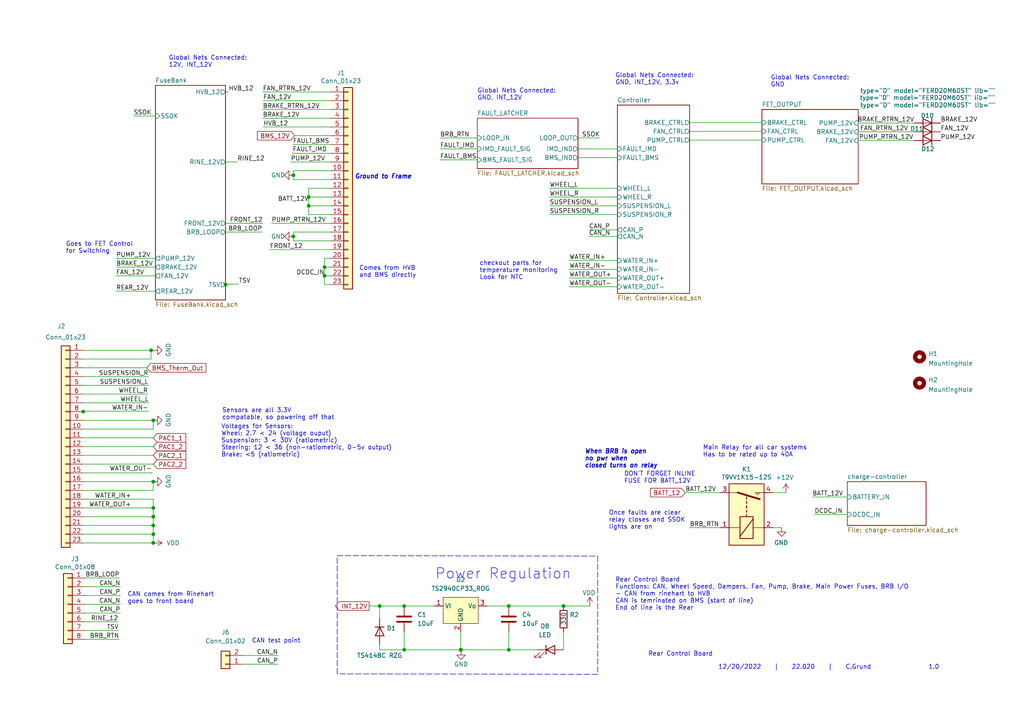
<source format=kicad_sch>
(kicad_sch (version 20211123) (generator eeschema)
  (paper "A4")
  (lib_symbols
    (symbol "AERO_Symbols:T9VV1K15-12S" (pin_names (offset 1.016))
      (property "Reference" "K" (at 8.89 3.81 0))
      (property "Value" "T9VV1K15-12S" (at 8.89 1.27 0))
      (symbol "T9VV1K15-12S_0_0"
        (polyline (pts (xy 5.08 3.81) (xy 5.08 5.08)))
        (polyline (pts (xy 5.08 3.81) (xy 5.08 2.54) (xy 4.445 3.175) (xy 5.08 3.81)))
      )
      (symbol "T9VV1K15-12S_0_1"
        (rectangle (start -10.16 5.08) (end 7.62 -5.08) (stroke (width 0.254)) (fill (type background)))
        (rectangle (start -8.255 1.905) (end -1.905 -1.905) (stroke (width 0.254)))
        (polyline (pts (xy -7.62 -1.905) (xy -2.54 1.905)) (stroke (width 0.254)))
        (polyline (pts (xy -5.08 -5.08) (xy -5.08 -1.905)))
        (polyline (pts (xy -5.08 5.08) (xy -5.08 1.905)))
        (polyline (pts (xy -1.905 0) (xy -1.27 0)) (stroke (width 0.254)))
        (polyline (pts (xy -0.635 0) (xy 0 0)) (stroke (width 0.254)))
        (polyline (pts (xy 0.635 0) (xy 1.27 0)) (stroke (width 0.254)))
        (polyline (pts (xy 0.635 0) (xy 1.27 0)) (stroke (width 0.254)))
        (polyline (pts (xy 1.905 0) (xy 2.54 0)) (stroke (width 0.254)))
        (polyline (pts (xy 3.175 0) (xy 3.81 0)) (stroke (width 0.254)))
        (polyline (pts (xy 5.08 -2.54) (xy 3.175 3.81)) (stroke (width 0.508)))
        (polyline (pts (xy 5.08 -2.54) (xy 5.08 -5.08)))
      )
      (symbol "T9VV1K15-12S_1_1"
        (pin passive line (at -5.08 -7.62 90) (length 2.54) (name "~") (number "1"))
        (pin passive line (at -5.08 7.62 270) (length 2.54) (name "~") (number "2"))
        (pin passive line (at 5.08 -7.62 90) (length 2.54) (name "~") (number "3"))
        (pin passive line (at 5.08 7.62 270) (length 2.54) (name "~") (number "4"))
      )
    )
    (symbol "AERO_Symbols:TS2940CP33_ROG"
      (property "Reference" "U" (at 0 10.16 0))
      (property "Value" "TS2940CP33_ROG" (at 0 7.62 0))
      (symbol "TS2940CP33_ROG_0_1"
        (rectangle (start -5.08 2.54) (end 5.08 -5.08) (fill (type background)))
      )
      (symbol "TS2940CP33_ROG_1_1"
        (pin power_in line (at -7.62 0 0) (length 2.54) (name "VI") (number "1"))
        (pin power_out line (at 0 -7.62 90) (length 2.54) (name "GND") (number "2"))
        (pin power_out line (at 7.62 0 180) (length 2.54) (name "Vo") (number "3"))
      )
    )
    (symbol "Connector_Generic:Conn_01x02" (pin_names (offset 1.016) hide)
      (property "Reference" "J" (at 0 2.54 0))
      (property "Value" "Conn_01x02" (at 0 -5.08 0))
      (symbol "Conn_01x02_1_1"
        (rectangle (start -1.27 -2.413) (end 0 -2.667) (stroke (width 0.1524)))
        (rectangle (start -1.27 0.127) (end 0 -0.127) (stroke (width 0.1524)))
        (rectangle (start -1.27 1.27) (end 1.27 -3.81) (stroke (width 0.254)) (fill (type background)))
        (pin passive line (at -5.08 0 0) (length 3.81) (name "Pin_1") (number "1"))
        (pin passive line (at -5.08 -2.54 0) (length 3.81) (name "Pin_2") (number "2"))
      )
    )
    (symbol "Connector_Generic:Conn_01x08" (pin_names (offset 1.016) hide)
      (property "Reference" "J" (at 0 10.16 0))
      (property "Value" "Conn_01x08" (at 0 -12.7 0))
      (symbol "Conn_01x08_1_1"
        (rectangle (start -1.27 -10.033) (end 0 -10.287) (stroke (width 0.1524)))
        (rectangle (start -1.27 -7.493) (end 0 -7.747) (stroke (width 0.1524)))
        (rectangle (start -1.27 -4.953) (end 0 -5.207) (stroke (width 0.1524)))
        (rectangle (start -1.27 -2.413) (end 0 -2.667) (stroke (width 0.1524)))
        (rectangle (start -1.27 0.127) (end 0 -0.127) (stroke (width 0.1524)))
        (rectangle (start -1.27 2.667) (end 0 2.413) (stroke (width 0.1524)))
        (rectangle (start -1.27 5.207) (end 0 4.953) (stroke (width 0.1524)))
        (rectangle (start -1.27 7.747) (end 0 7.493) (stroke (width 0.1524)))
        (rectangle (start -1.27 8.89) (end 1.27 -11.43) (stroke (width 0.254)) (fill (type background)))
        (pin passive line (at -5.08 7.62 0) (length 3.81) (name "Pin_1") (number "1"))
        (pin passive line (at -5.08 5.08 0) (length 3.81) (name "Pin_2") (number "2"))
        (pin passive line (at -5.08 2.54 0) (length 3.81) (name "Pin_3") (number "3"))
        (pin passive line (at -5.08 0 0) (length 3.81) (name "Pin_4") (number "4"))
        (pin passive line (at -5.08 -2.54 0) (length 3.81) (name "Pin_5") (number "5"))
        (pin passive line (at -5.08 -5.08 0) (length 3.81) (name "Pin_6") (number "6"))
        (pin passive line (at -5.08 -7.62 0) (length 3.81) (name "Pin_7") (number "7"))
        (pin passive line (at -5.08 -10.16 0) (length 3.81) (name "Pin_8") (number "8"))
      )
    )
    (symbol "Connector_Generic:Conn_01x23" (pin_names (offset 1.016) hide)
      (property "Reference" "J" (at 0 30.48 0))
      (property "Value" "Conn_01x23" (at 0 -30.48 0))
      (symbol "Conn_01x23_1_1"
        (rectangle (start -1.27 -27.813) (end 0 -28.067) (stroke (width 0.1524)))
        (rectangle (start -1.27 -25.273) (end 0 -25.527) (stroke (width 0.1524)))
        (rectangle (start -1.27 -22.733) (end 0 -22.987) (stroke (width 0.1524)))
        (rectangle (start -1.27 -20.193) (end 0 -20.447) (stroke (width 0.1524)))
        (rectangle (start -1.27 -17.653) (end 0 -17.907) (stroke (width 0.1524)))
        (rectangle (start -1.27 -15.113) (end 0 -15.367) (stroke (width 0.1524)))
        (rectangle (start -1.27 -12.573) (end 0 -12.827) (stroke (width 0.1524)))
        (rectangle (start -1.27 -10.033) (end 0 -10.287) (stroke (width 0.1524)))
        (rectangle (start -1.27 -7.493) (end 0 -7.747) (stroke (width 0.1524)))
        (rectangle (start -1.27 -4.953) (end 0 -5.207) (stroke (width 0.1524)))
        (rectangle (start -1.27 -2.413) (end 0 -2.667) (stroke (width 0.1524)))
        (rectangle (start -1.27 0.127) (end 0 -0.127) (stroke (width 0.1524)))
        (rectangle (start -1.27 2.667) (end 0 2.413) (stroke (width 0.1524)))
        (rectangle (start -1.27 5.207) (end 0 4.953) (stroke (width 0.1524)))
        (rectangle (start -1.27 7.747) (end 0 7.493) (stroke (width 0.1524)))
        (rectangle (start -1.27 10.287) (end 0 10.033) (stroke (width 0.1524)))
        (rectangle (start -1.27 12.827) (end 0 12.573) (stroke (width 0.1524)))
        (rectangle (start -1.27 15.367) (end 0 15.113) (stroke (width 0.1524)))
        (rectangle (start -1.27 17.907) (end 0 17.653) (stroke (width 0.1524)))
        (rectangle (start -1.27 20.447) (end 0 20.193) (stroke (width 0.1524)))
        (rectangle (start -1.27 22.987) (end 0 22.733) (stroke (width 0.1524)))
        (rectangle (start -1.27 25.527) (end 0 25.273) (stroke (width 0.1524)))
        (rectangle (start -1.27 28.067) (end 0 27.813) (stroke (width 0.1524)))
        (rectangle (start -1.27 29.21) (end 1.27 -29.21) (stroke (width 0.254)) (fill (type background)))
        (pin passive line (at -5.08 27.94 0) (length 3.81) (name "Pin_1") (number "1"))
        (pin passive line (at -5.08 5.08 0) (length 3.81) (name "Pin_10") (number "10"))
        (pin passive line (at -5.08 2.54 0) (length 3.81) (name "Pin_11") (number "11"))
        (pin passive line (at -5.08 0 0) (length 3.81) (name "Pin_12") (number "12"))
        (pin passive line (at -5.08 -2.54 0) (length 3.81) (name "Pin_13") (number "13"))
        (pin passive line (at -5.08 -5.08 0) (length 3.81) (name "Pin_14") (number "14"))
        (pin passive line (at -5.08 -7.62 0) (length 3.81) (name "Pin_15") (number "15"))
        (pin passive line (at -5.08 -10.16 0) (length 3.81) (name "Pin_16") (number "16"))
        (pin passive line (at -5.08 -12.7 0) (length 3.81) (name "Pin_17") (number "17"))
        (pin passive line (at -5.08 -15.24 0) (length 3.81) (name "Pin_18") (number "18"))
        (pin passive line (at -5.08 -17.78 0) (length 3.81) (name "Pin_19") (number "19"))
        (pin passive line (at -5.08 25.4 0) (length 3.81) (name "Pin_2") (number "2"))
        (pin passive line (at -5.08 -20.32 0) (length 3.81) (name "Pin_20") (number "20"))
        (pin passive line (at -5.08 -22.86 0) (length 3.81) (name "Pin_21") (number "21"))
        (pin passive line (at -5.08 -25.4 0) (length 3.81) (name "Pin_22") (number "22"))
        (pin passive line (at -5.08 -27.94 0) (length 3.81) (name "Pin_23") (number "23"))
        (pin passive line (at -5.08 22.86 0) (length 3.81) (name "Pin_3") (number "3"))
        (pin passive line (at -5.08 20.32 0) (length 3.81) (name "Pin_4") (number "4"))
        (pin passive line (at -5.08 17.78 0) (length 3.81) (name "Pin_5") (number "5"))
        (pin passive line (at -5.08 15.24 0) (length 3.81) (name "Pin_6") (number "6"))
        (pin passive line (at -5.08 12.7 0) (length 3.81) (name "Pin_7") (number "7"))
        (pin passive line (at -5.08 10.16 0) (length 3.81) (name "Pin_8") (number "8"))
        (pin passive line (at -5.08 7.62 0) (length 3.81) (name "Pin_9") (number "9"))
      )
    )
    (symbol "Device:C" (pin_numbers hide) (pin_names (offset 0.254))
      (property "Reference" "C" (at 0.635 2.54 0))
      (property "Value" "C" (at 0.635 -2.54 0))
      (symbol "C_0_1"
        (polyline (pts (xy -2.032 -0.762) (xy 2.032 -0.762)) (stroke (width 0.508)))
        (polyline (pts (xy -2.032 0.762) (xy 2.032 0.762)) (stroke (width 0.508)))
      )
      (symbol "C_1_1"
        (pin passive line (at 0 3.81 270) (length 2.794) (name "~") (number "1"))
        (pin passive line (at 0 -3.81 90) (length 2.794) (name "~") (number "2"))
      )
    )
    (symbol "Device:D" (pin_numbers hide) (pin_names (offset 1.016) hide)
      (property "Reference" "D" (at 0 2.54 0))
      (property "Value" "D" (at 0 -2.54 0))
      (symbol "D_0_1"
        (polyline (pts (xy -1.27 1.27) (xy -1.27 -1.27)) (stroke (width 0.254)))
        (polyline (pts (xy 1.27 0) (xy -1.27 0)))
        (polyline (pts (xy 1.27 1.27) (xy 1.27 -1.27) (xy -1.27 0) (xy 1.27 1.27)) (stroke (width 0.254)))
      )
      (symbol "D_1_1"
        (pin passive line (at -3.81 0 0) (length 2.54) (name "K") (number "1"))
        (pin passive line (at 3.81 0 180) (length 2.54) (name "A") (number "2"))
      )
    )
    (symbol "Device:LED" (pin_numbers hide) (pin_names (offset 1.016) hide)
      (property "Reference" "D" (at 0 2.54 0))
      (property "Value" "LED" (at 0 -2.54 0))
      (symbol "LED_0_1"
        (polyline (pts (xy -1.27 -1.27) (xy -1.27 1.27)) (stroke (width 0.254)))
        (polyline (pts (xy -1.27 0) (xy 1.27 0)))
        (polyline (pts (xy 1.27 -1.27) (xy 1.27 1.27) (xy -1.27 0) (xy 1.27 -1.27)) (stroke (width 0.254)))
        (polyline (pts (xy -3.048 -0.762) (xy -4.572 -2.286) (xy -3.81 -2.286) (xy -4.572 -2.286) (xy -4.572 -1.524)))
        (polyline (pts (xy -1.778 -0.762) (xy -3.302 -2.286) (xy -2.54 -2.286) (xy -3.302 -2.286) (xy -3.302 -1.524)))
      )
      (symbol "LED_1_1"
        (pin passive line (at -3.81 0 0) (length 2.54) (name "K") (number "1"))
        (pin passive line (at 3.81 0 180) (length 2.54) (name "A") (number "2"))
      )
    )
    (symbol "Device:R" (pin_numbers hide) (pin_names (offset 0))
      (property "Reference" "R" (at 2.032 0 90))
      (property "Value" "R" (at 0 0 90))
      (symbol "R_0_1"
        (rectangle (start -1.016 -2.54) (end 1.016 2.54) (stroke (width 0.254)))
      )
      (symbol "R_1_1"
        (pin passive line (at 0 3.81 270) (length 1.27) (name "~") (number "1"))
        (pin passive line (at 0 -3.81 90) (length 1.27) (name "~") (number "2"))
      )
    )
    (symbol "Mechanical:MountingHole" (pin_names (offset 1.016))
      (property "Reference" "H" (at 0 5.08 0))
      (property "Value" "MountingHole" (at 0 3.175 0))
      (symbol "MountingHole_0_1"
        (circle (center 0 0) (radius 1.27) (stroke (width 1.27)))
      )
    )
    (symbol "Simulation_SPICE:DIODE" (pin_numbers hide) (pin_names (offset 1.016) hide)
      (property "Reference" "D" (at 0 2.54 0))
      (property "Value" "DIODE" (at 0 -2.54 0))
      (symbol "DIODE_0_1"
        (polyline (pts (xy 1.27 0) (xy -1.27 0)))
        (polyline (pts (xy 1.27 1.27) (xy 1.27 -1.27)) (stroke (width 0.254)))
        (polyline (pts (xy -1.27 -1.27) (xy -1.27 1.27) (xy 1.27 0) (xy -1.27 -1.27)) (stroke (width 0.254)))
      )
      (symbol "DIODE_1_1"
        (pin passive line (at -3.81 0 0) (length 2.54) (name "A") (number "1"))
        (pin passive line (at 3.81 0 180) (length 2.54) (name "K") (number "2"))
      )
    )
    (symbol "power:+12V" (power) (pin_names (offset 0))
      (property "Value" "+12V" (at 0 3.556 0))
      (symbol "+12V_0_1"
        (polyline (pts (xy -0.762 1.27) (xy 0 2.54)))
        (polyline (pts (xy 0 0) (xy 0 2.54)))
        (polyline (pts (xy 0 2.54) (xy 0.762 1.27)))
      )
      (symbol "+12V_1_1"
        (pin power_in line (at 0 0 90) (length 0) hide (name "+12V") (number "1"))
      )
    )
    (symbol "power:GND" (power) (pin_names (offset 0))
      (property "Value" "GND" (at 0 -3.81 0))
      (symbol "GND_0_1"
        (polyline (pts (xy 0 0) (xy 0 -1.27) (xy 1.27 -1.27) (xy 0 -2.54) (xy -1.27 -1.27) (xy 0 -1.27)))
      )
      (symbol "GND_1_1"
        (pin power_in line (at 0 0 270) (length 0) hide (name "GND") (number "1"))
      )
    )
    (symbol "power:VDD" (power) (pin_names (offset 0))
      (property "Value" "VDD" (at 0 3.81 0))
      (symbol "VDD_0_1"
        (polyline (pts (xy -0.762 1.27) (xy 0 2.54)))
        (polyline (pts (xy 0 0) (xy 0 2.54)))
        (polyline (pts (xy 0 2.54) (xy 0.762 1.27)))
      )
      (symbol "VDD_1_1"
        (pin power_in line (at 0 0 90) (length 0) hide (name "VDD") (number "1"))
      )
    )
  )
  (junction (at 89.535 57.15))
  (junction (at 89.535 59.69))
  (junction (at 117.221 188.468))
  (junction (at 94.107 80.01))
  (junction (at 85.09 68.58))
  (junction (at 44.45 147.32))
  (junction (at 44.45 149.86))
  (junction (at 110.109 175.768))
  (junction (at 147.574 188.468))
  (junction (at 24.13 119.38))
  (junction (at 85.09 50.8))
  (junction (at 44.45 152.4))
  (junction (at 44.45 139.7))
  (junction (at 133.604 188.468))
  (junction (at 44.45 154.94))
  (junction (at 163.449 175.768))
  (junction (at 65.405 82.55))
  (junction (at 117.221 175.768))
  (junction (at 44.45 157.48))
  (junction (at 133.731 188.468))
  (junction (at 43.815 101.6))
  (junction (at 94.107 77.47))
  (junction (at 44.45 121.92))
  (junction (at 147.574 175.768))
  (wire (pts (xy 117.221 175.768) (xy 125.984 175.768)))
  (wire (pts (xy 200.025 35.56) (xy 220.98 35.56)))
  (wire (pts (xy 84.963 41.91) (xy 95.885 41.91)))
  (wire (pts (xy 24.13 142.24) (xy 44.45 142.24)))
  (wire (pts (xy 133.604 183.388) (xy 133.604 188.468)))
  (wire (pts (xy 133.731 188.722) (xy 133.731 188.468)))
  (wire (pts (xy 76.327 36.83) (xy 95.885 36.83)))
  (wire (pts (xy 95.885 74.93) (xy 94.107 74.93)))
  (wire (pts (xy 76.2 34.29) (xy 95.885 34.29)))
  (wire (pts (xy 65.405 64.77) (xy 76.2 64.77)))
  (wire (pts (xy 24.13 121.92) (xy 44.45 121.92)))
  (wire (pts (xy 34.925 177.8) (xy 24.765 177.8)))
  (wire (pts (xy 227.965 142.875) (xy 224.155 142.875)))
  (wire (pts (xy 44.45 147.32) (xy 44.45 149.86)))
  (wire (pts (xy 159.385 57.15) (xy 179.07 57.15)))
  (wire (pts (xy 33.655 74.93) (xy 45.085 74.93)))
  (polyline (pts (xy 97.79 195.453) (xy 97.79 161.163)))
  (wire (pts (xy 179.07 43.18) (xy 167.64 43.18)))
  (wire (pts (xy 42.545 106.68) (xy 24.13 106.68)))
  (wire (pts (xy 43.815 104.14) (xy 43.815 101.6)))
  (wire (pts (xy 200.025 153.035) (xy 208.915 153.035)))
  (wire (pts (xy 127.635 40.005) (xy 138.43 40.005)))
  (wire (pts (xy 95.885 49.53) (xy 85.09 49.53)))
  (wire (pts (xy 84.328 46.99) (xy 95.885 46.99)))
  (wire (pts (xy 76.2 31.75) (xy 95.885 31.75)))
  (wire (pts (xy 24.13 152.4) (xy 44.45 152.4)))
  (wire (pts (xy 24.13 137.16) (xy 44.069 137.16)))
  (polyline (pts (xy 173.355 195.58) (xy 97.79 195.453)))
  (wire (pts (xy 235.585 144.145) (xy 245.745 144.145)))
  (wire (pts (xy 85.09 52.07) (xy 85.09 50.8)))
  (wire (pts (xy 165.1 75.565) (xy 179.07 75.565)))
  (wire (pts (xy 110.109 188.468) (xy 117.221 188.468)))
  (wire (pts (xy 33.655 84.455) (xy 45.085 84.455)))
  (wire (pts (xy 76.2 26.67) (xy 95.885 26.67)))
  (wire (pts (xy 44.45 127) (xy 24.13 127)))
  (wire (pts (xy 44.45 124.46) (xy 44.45 121.92)))
  (wire (pts (xy 34.925 172.72) (xy 24.765 172.72)))
  (wire (pts (xy 43.18 116.84) (xy 24.13 116.84)))
  (wire (pts (xy 94.107 80.01) (xy 94.107 82.55)))
  (wire (pts (xy 170.815 68.58) (xy 179.07 68.58)))
  (wire (pts (xy 34.417 182.88) (xy 24.765 182.88)))
  (wire (pts (xy 34.925 175.26) (xy 24.765 175.26)))
  (wire (pts (xy 24.13 104.14) (xy 43.815 104.14)))
  (wire (pts (xy 80.645 192.659) (xy 70.485 192.659)))
  (wire (pts (xy 44.069 137.16) (xy 44.069 136.906)))
  (wire (pts (xy 24.13 101.6) (xy 43.815 101.6)))
  (wire (pts (xy 24.13 119.253) (xy 24.13 119.38)))
  (wire (pts (xy 133.604 188.468) (xy 133.731 188.468)))
  (wire (pts (xy 110.109 175.768) (xy 110.109 179.324)))
  (wire (pts (xy 24.13 111.76) (xy 43.053 111.76)))
  (wire (pts (xy 147.574 188.468) (xy 155.829 188.468)))
  (wire (pts (xy 94.107 82.55) (xy 95.885 82.55)))
  (wire (pts (xy 85.09 69.85) (xy 85.09 68.58)))
  (wire (pts (xy 44.45 149.86) (xy 44.45 152.4)))
  (wire (pts (xy 94.107 74.93) (xy 94.107 77.47)))
  (wire (pts (xy 24.13 124.46) (xy 44.45 124.46)))
  (wire (pts (xy 147.574 175.768) (xy 163.449 175.768)))
  (wire (pts (xy 159.385 59.69) (xy 179.07 59.69)))
  (wire (pts (xy 147.574 183.388) (xy 147.574 188.468)))
  (wire (pts (xy 95.885 67.31) (xy 85.09 67.31)))
  (wire (pts (xy 170.815 66.675) (xy 179.07 66.675)))
  (wire (pts (xy 165.1 83.185) (xy 179.07 83.185)))
  (wire (pts (xy 44.45 144.78) (xy 44.45 147.32)))
  (wire (pts (xy 117.221 183.388) (xy 117.221 188.468)))
  (wire (pts (xy 159.385 62.23) (xy 179.07 62.23)))
  (wire (pts (xy 165.1 80.645) (xy 179.07 80.645)))
  (wire (pts (xy 44.45 132.08) (xy 24.13 132.08)))
  (wire (pts (xy 141.224 175.768) (xy 147.574 175.768)))
  (wire (pts (xy 200.025 40.64) (xy 220.98 40.64)))
  (wire (pts (xy 38.735 33.655) (xy 45.085 33.655)))
  (wire (pts (xy 95.885 44.45) (xy 84.836 44.45)))
  (wire (pts (xy 95.885 69.85) (xy 85.09 69.85)))
  (wire (pts (xy 226.695 153.035) (xy 224.155 153.035)))
  (wire (pts (xy 24.13 149.86) (xy 44.45 149.86)))
  (wire (pts (xy 89.535 57.15) (xy 89.535 59.69)))
  (wire (pts (xy 43.053 109.22) (xy 24.13 109.22)))
  (wire (pts (xy 167.64 45.72) (xy 179.07 45.72)))
  (wire (pts (xy 133.731 188.468) (xy 147.574 188.468)))
  (wire (pts (xy 43.053 119.253) (xy 24.13 119.253)))
  (polyline (pts (xy 97.79 161.163) (xy 173.355 161.29)))
  (wire (pts (xy 80.645 190.119) (xy 70.485 190.119)))
  (wire (pts (xy 248.92 35.687) (xy 265.176 35.687)))
  (wire (pts (xy 95.885 62.23) (xy 89.535 62.23)))
  (wire (pts (xy 117.221 188.468) (xy 133.604 188.468)))
  (wire (pts (xy 110.109 186.944) (xy 110.109 188.468)))
  (polyline (pts (xy 173.355 161.29) (xy 173.355 195.58)))
  (wire (pts (xy 34.925 170.18) (xy 24.765 170.18)))
  (wire (pts (xy 165.1 78.105) (xy 179.07 78.105)))
  (wire (pts (xy 95.885 54.61) (xy 89.535 54.61)))
  (wire (pts (xy 78.232 72.39) (xy 95.885 72.39)))
  (wire (pts (xy 43.815 101.6) (xy 44.45 101.6)))
  (wire (pts (xy 24.765 167.64) (xy 34.671 167.64)))
  (wire (pts (xy 65.405 26.67) (xy 66.294 26.67)))
  (wire (pts (xy 163.449 175.768) (xy 171.069 175.768)))
  (wire (pts (xy 65.405 82.423) (xy 65.405 82.55)))
  (wire (pts (xy 95.885 57.15) (xy 89.535 57.15)))
  (wire (pts (xy 24.13 147.32) (xy 44.45 147.32)))
  (wire (pts (xy 24.13 157.48) (xy 44.45 157.48)))
  (wire (pts (xy 200.025 38.1) (xy 220.98 38.1)))
  (wire (pts (xy 24.13 114.3) (xy 42.926 114.3)))
  (wire (pts (xy 85.471 39.37) (xy 95.885 39.37)))
  (wire (pts (xy 248.92 38.227) (xy 265.176 38.227)))
  (wire (pts (xy 127.635 43.18) (xy 138.43 43.18)))
  (wire (pts (xy 76.327 29.21) (xy 95.885 29.21)))
  (wire (pts (xy 173.99 40.005) (xy 167.64 40.005)))
  (wire (pts (xy 84.836 44.45) (xy 84.836 44.323)))
  (wire (pts (xy 85.09 50.8) (xy 85.09 49.53)))
  (wire (pts (xy 44.45 142.24) (xy 44.45 139.7)))
  (wire (pts (xy 89.535 59.69) (xy 89.535 62.23)))
  (wire (pts (xy 95.885 80.01) (xy 94.107 80.01)))
  (wire (pts (xy 94.107 77.47) (xy 95.885 77.47)))
  (wire (pts (xy 127.635 46.355) (xy 138.43 46.355)))
  (wire (pts (xy 65.405 67.31) (xy 76.073 67.31)))
  (wire (pts (xy 78.74 64.77) (xy 95.885 64.77)))
  (wire (pts (xy 89.535 59.69) (xy 95.885 59.69)))
  (wire (pts (xy 34.544 185.42) (xy 24.765 185.42)))
  (wire (pts (xy 33.655 80.01) (xy 45.085 80.01)))
  (wire (pts (xy 65.405 46.99) (xy 68.834 46.99)))
  (wire (pts (xy 94.107 77.47) (xy 94.107 80.01)))
  (wire (pts (xy 248.92 40.767) (xy 265.176 40.767)))
  (wire (pts (xy 44.45 129.54) (xy 24.13 129.54)))
  (wire (pts (xy 110.109 175.768) (xy 117.221 175.768)))
  (wire (pts (xy 107.061 175.768) (xy 110.109 175.768)))
  (wire (pts (xy 198.755 142.875) (xy 208.915 142.875)))
  (wire (pts (xy 44.45 152.4) (xy 44.45 154.94)))
  (wire (pts (xy 85.09 68.58) (xy 85.09 67.31)))
  (wire (pts (xy 159.385 54.61) (xy 179.07 54.61)))
  (wire (pts (xy 69.215 82.423) (xy 65.405 82.423)))
  (wire (pts (xy 44.45 154.94) (xy 44.45 157.48)))
  (wire (pts (xy 24.13 144.78) (xy 44.45 144.78)))
  (wire (pts (xy 33.655 77.47) (xy 45.085 77.47)))
  (wire (pts (xy 163.449 183.388) (xy 163.449 188.468)))
  (wire (pts (xy 24.13 154.94) (xy 44.45 154.94)))
  (wire (pts (xy 44.45 134.62) (xy 24.13 134.62)))
  (wire (pts (xy 34.29 180.34) (xy 24.765 180.34)))
  (wire (pts (xy 236.22 149.225) (xy 245.745 149.225)))
  (wire (pts (xy 95.885 52.07) (xy 85.09 52.07)))
  (wire (pts (xy 24.13 139.7) (xy 44.45 139.7)))
  (wire (pts (xy 89.535 54.61) (xy 89.535 57.15)))
  (text "Once faults are clear\nrelay closes and SSOK\nlights are on" (at 176.53 153.67 0) (effects (font (size 1.27 1.27)) (justify left bottom)))
  (text "1.0" (at 269.24 194.31 0) (effects (font (size 1.27 1.27)) (justify left bottom)))
  (text "Comes from HVB\nand BMS directly" (at 104.14 80.645 0) (effects (font (size 1.27 1.27)) (justify left bottom)))
  (text "Global Nets Connected: \nGND" (at 223.52 25.4 0) (effects (font (size 1.27 1.27)) (justify left bottom)))
  (text "Main Relay for all car systems\nHas to be rated up to 40A" (at 203.835 132.715 0) (effects (font (size 1.27 1.27)) (justify left bottom)))
  (text "checkout parts for \ntemperature monitoring\nLook for NTC" (at 139.065 81.28 0) (effects (font (size 1.27 1.27)) (justify left bottom)))
  (text "When BRB is open\nno pwr when\nclosed turns on relay" (at 169.545 135.89 0) (effects (font (size 1.27 1.27) (thickness 0.254) bold italic) (justify left bottom)))
  (text "Global Nets Connected: \nGND, INT_12V" (at 138.43 29.21 0) (effects (font (size 1.27 1.27)) (justify left bottom)))
  (text "Voltages for Sensors: \nWheel: 2.7 < 24 (voltage ouput)\nSuspension: 3 < 30V (ratiometric)\nSteering: 12 < 36 (non-ratiometric, 0-5v output)\nBrake: <5 (ratiometric)" (at 64.135 132.715 0) (effects (font (size 1.27 1.27)) (justify left bottom)))
  (text "DON'T FORGET INLINE \nFUSE FOR BATT_12V" (at 180.975 140.335 0) (effects (font (size 1.27 1.27)) (justify left bottom)))
  (text "CAN test point" (at 73.025 186.69 0) (effects (font (size 1.27 1.27)) (justify left bottom)))
  (text "12/20/2022    |    22.020    |    C.Grund" (at 208.28 194.31 0) (effects (font (size 1.27 1.27)) (justify left bottom)))
  (text "Rear Control Board\nFunctions: CAN, Wheel Speed, Dampers, Fan, Pump, Brake, Main Power Fuses, BRB I/O\n- CAN from rinehart to HVB\nCAN is temrinated on BMS (start of line)\nEnd of line is the Rear" (at 178.435 177.165 0) (effects (font (size 1.27 1.27)) (justify left bottom)))
  (text "Goes to FET Control\nfor Switching" (at 19.05 73.66 0) (effects (font (size 1.27 1.27)) (justify left bottom)))
  (text "Ground to Frame" (at 102.87 52.07 0) (effects (font (size 1.27 1.27) bold italic) (justify left bottom)))
  (text "CAN comes from Rinehart\ngoes to front board\n" (at 36.957 175.26 0) (effects (font (size 1.27 1.27)) (justify left bottom)))
  (text "Power Regulation" (at 165.735 168.275 180) (effects (font (size 2.9972 2.9972)) (justify right bottom)))
  (text "Global Nets Connected: \nGND, INT_12V, 3.3v" (at 178.435 24.765 0) (effects (font (size 1.27 1.27)) (justify left bottom)))
  (text "Sensors are all 3.3V\ncompatable, so powering off that" (at 64.389 121.92 0) (effects (font (size 1.27 1.27)) (justify left bottom)))
  (text "Global Nets Connected: \n12V, INT_12V" (at 48.895 19.685 0) (effects (font (size 1.27 1.27)) (justify left bottom)))
  (text "Rear Control Board" (at 187.96 190.5 0) (effects (font (size 1.27 1.27)) (justify left bottom)))
  (label "REAR_12V" (at 33.655 84.455 0))
  (label "FAULT_BMS" (at 127.635 46.355 0))
  (label "SUSPENSION_L" (at 159.385 59.69 0))
  (label "BRB_RTN" (at 200.025 153.035 0))
  (label "BRB_LOOP" (at 76.073 67.31 180))
  (label "HVB_12" (at 76.327 36.83 0))
  (label "WATER_IN+" (at 165.1 75.565 0))
  (label "FAN_12V" (at 76.327 29.21 0))
  (label "FAN_RTRN_12V" (at 76.2 26.67 0))
  (label "PUMP_12V" (at 272.796 40.767 0))
  (label "WATER_IN-" (at 165.1 78.105 0))
  (label "DCDC_IN" (at 94.107 80.01 180))
  (label "CAN_N" (at 34.925 170.18 180))
  (label "CAN_N" (at 34.925 175.26 180))
  (label "PUMP_RTRN_12V" (at 264.922 40.767 180))
  (label "CAN_P" (at 80.645 192.659 180))
  (label "DCDC_IN" (at 236.22 149.225 0))
  (label "WATER_OUT-" (at 44.069 136.906 180))
  (label "SSOK" (at 173.99 40.005 180))
  (label "HVB_12" (at 66.294 26.67 0))
  (label "FRONT_12" (at 76.2 64.77 180))
  (label "FAN_12V" (at 272.796 38.227 0))
  (label "PUMP_12V" (at 33.655 74.93 0))
  (label "BRAKE_12V" (at 272.796 35.687 0))
  (label "BATT_12V" (at 89.535 58.674 180))
  (label "TSV" (at 34.417 182.88 180))
  (label "CAN_N" (at 170.815 68.58 0))
  (label "SUSPENSION_R" (at 159.385 62.23 0))
  (label "CAN_N" (at 80.645 190.119 180))
  (label "BRAKE_RTRN_12V" (at 265.176 35.687 180))
  (label "BATT_12V" (at 198.755 142.875 0))
  (label "CAN_P" (at 170.815 66.675 0))
  (label "WATER_IN+" (at 38.1 144.78 180))
  (label "BRAKE_RTRN_12V" (at 76.2 31.75 0))
  (label "WATER_OUT+" (at 165.1 80.645 0))
  (label "SUSPENSION_L" (at 43.053 111.76 180))
  (label "BRB_RTN" (at 127.635 40.005 0))
  (label "SSOK" (at 38.735 33.655 0))
  (label "BRB_RTN" (at 34.544 185.42 180))
  (label "TSV" (at 69.215 82.423 0))
  (label "BRB_LOOP" (at 34.671 167.64 180))
  (label "FRONT_12" (at 78.232 72.39 0))
  (label "WATER_IN-" (at 43.053 119.253 180))
  (label "WATER_OUT-" (at 165.1 83.185 0))
  (label "WHEEL_L" (at 159.385 54.61 0))
  (label "WHEEL_R" (at 42.926 114.3 180))
  (label "RINE_12" (at 34.29 180.34 180))
  (label "BRAKE_12V" (at 33.655 77.47 0))
  (label "FAN_RTRN_12V" (at 263.398 38.227 180))
  (label "FAULT_BMS" (at 84.963 41.91 0))
  (label "FAULT_IMD" (at 127.635 43.18 0))
  (label "FAULT_IMD" (at 84.836 44.323 0))
  (label "FAN_12V" (at 33.655 80.01 0))
  (label "PUMP_RTRN_12V" (at 78.74 64.77 0))
  (label "WATER_OUT+" (at 38.1 147.32 180))
  (label "RINE_12" (at 68.834 46.99 0))
  (label "WHEEL_L" (at 43.18 116.84 180))
  (label "WHEEL_R" (at 159.385 57.15 0))
  (label "CAN_P" (at 34.925 177.8 180))
  (label "SUSPENSION_R" (at 43.053 109.22 180))
  (label "BRAKE_12V" (at 76.2 34.29 0))
  (label "CAN_P" (at 34.925 172.72 180))
  (label "PUMP_12V" (at 84.328 46.99 0))
  (label "BATT_12V" (at 235.585 144.145 0))
  (global_label "BMS_12V" (shape input) (at 85.471 39.37 180) (property "Intersheet References" "${INTERSHEET_REFS}" (effects hide)))
  (global_label "INT_12V" (shape output) (at 107.061 175.768 180) (property "Intersheet References" "${INTERSHEET_REFS}" (effects hide)))
  (global_label "PAC1_2" (shape input) (at 44.45 129.54 0) (property "Intersheet References" "${INTERSHEET_REFS}" (effects hide)))
  (global_label "PAC1_1" (shape input) (at 44.45 127 0) (property "Intersheet References" "${INTERSHEET_REFS}" (effects hide)))
  (global_label "BMS_Therm_Out" (shape input) (at 42.545 106.68 0) (property "Intersheet References" "${INTERSHEET_REFS}" (effects hide)))
  (global_label "PAC2_2" (shape input) (at 44.45 134.62 0) (property "Intersheet References" "${INTERSHEET_REFS}" (effects hide)))
  (global_label "PAC2_1" (shape input) (at 44.45 132.08 0) (property "Intersheet References" "${INTERSHEET_REFS}" (effects hide)))
  (global_label "BATT_12" (shape input) (at 198.755 142.875 180) (property "Intersheet References" "${INTERSHEET_REFS}" (effects hide)))
  (symbol (lib_id "power:GND") (at 226.695 153.035 0) (mirror y) (unit 1)
    (property "Reference" "#PWR0101" (effects hide))
    (property "Value" "GND" (at 226.568 157.4292 0))
  )
  (symbol (lib_id "power:+12V") (at 227.965 142.875 0) (mirror y) (unit 1)
    (property "Reference" "#PWR0105" (effects hide))
    (property "Value" "+12V" (at 227.584 138.4808 0))
  )
  (symbol (lib_id "AERO_Symbols:T9VV1K15-12S") (at 216.535 147.955 270) (mirror x) (unit 1)
    (property "Reference" "K1" (at 216.535 136.0932 90))
    (property "Value" "T9VV1K15-12S" (at 216.535 138.4046 90))
    (property "Footprint" "AERO_Footprints:RELAY_T9VV1K15-12S" (effects hide))
    (property "Datasheet" "https://www.te.com/commerce/DocumentDelivery/DDEController?Action=srchrtrv&DocNm=Power_PCB_Relay_T9V_Solar&DocType=DS&DocLang=English" (effects hide))
  )
  (symbol (lib_id "Connector_Generic:Conn_01x08") (at 19.685 175.26 0) (mirror y) (unit 1)
    (property "Reference" "J3" (at 21.7678 162.1282 0))
    (property "Value" "Conn_01x08" (at 21.7678 164.4396 0))
    (property "Footprint" "AERO_Footprints:TE_1-776280-1_8pin_Horizontal" (effects hide))
  )
  (symbol (lib_id "power:GND") (at 44.45 139.7 90) (unit 1)
    (property "Reference" "#PWR0116" (effects hide))
    (property "Value" "GND" (at 48.8442 139.573 0))
  )
  (symbol (lib_id "Connector_Generic:Conn_01x23") (at 100.965 54.61 0) (unit 1)
    (property "Reference" "J1" (at 98.8822 21.1582 0))
    (property "Value" "Conn_01x23" (at 98.8822 23.4696 0))
    (property "Footprint" "AERO_Footprints:TE_1-770669-1_23pin_Horizontal" (effects hide))
  )
  (symbol (lib_id "Device:C") (at 117.221 179.578 0) (unit 1)
    (property "Reference" "C1" (at 121.031 178.3079 0) (effects (justify left)))
    (property "Value" "10uF" (at 121.031 180.8479 0) (effects (justify left)))
    (property "Footprint" "Capacitor_SMD:C_0603_1608Metric_Pad1.08x0.95mm_HandSolder" (effects hide))
  )
  (symbol (lib_id "Device:C") (at 147.574 179.578 0) (unit 1)
    (property "Reference" "C4" (at 151.384 178.3079 0) (effects (justify left)))
    (property "Value" "10uF" (at 151.384 180.8479 0) (effects (justify left)))
    (property "Footprint" "Capacitor_SMD:C_0603_1608Metric_Pad1.08x0.95mm_HandSolder" (effects hide))
  )
  (symbol (lib_id "Simulation_SPICE:DIODE") (at 268.986 35.687 0) (unit 1)
    (property "Reference" "D10" (at 268.986 33.528 0))
    (property "Value" "FERD20M60ST" (at 269.113 30.48 0))
    (property "Footprint" "Package_TO_SOT_THT:TO-220-3_Vertical" (effects hide))
    (property "Spice_Netlist_Enabled" "Y" (effects hide))
    (property "Spice_Primitive" "D" (effects hide))
  )
  (symbol (lib_id "power:VDD") (at 171.069 175.768 0) (unit 1)
    (property "Reference" "#PWR0106" (effects hide))
    (property "Value" "VDD" (at 170.815 171.958 0))
  )
  (symbol (lib_id "power:GND") (at 133.731 188.722 0) (unit 1)
    (property "Reference" "#PWR0107" (effects hide))
    (property "Value" "GND" (at 133.731 192.659 0))
  )
  (symbol (lib_id "Connector_Generic:Conn_01x23") (at 19.05 129.54 0) (mirror y) (unit 1)
    (property "Reference" "J2" (at 17.78 94.615 0))
    (property "Value" "Conn_01x23" (at 19.05 97.79 0))
    (property "Footprint" "AERO_Footprints:TE_1-770669-1_23pin_Horizontal" (effects hide))
  )
  (symbol (lib_id "power:GND") (at 85.09 68.58 270) (mirror x) (unit 1)
    (property "Reference" "#PWR0108" (effects hide))
    (property "Value" "GND" (at 80.645 68.58 90))
  )
  (symbol (lib_id "power:GND") (at 44.45 121.92 90) (unit 1)
    (property "Reference" "#PWR0103" (effects hide))
    (property "Value" "GND" (at 48.8442 121.793 0))
  )
  (symbol (lib_id "Device:R") (at 163.449 179.578 0) (unit 1)
    (property "Reference" "R2" (at 165.227 178.3079 0) (effects (justify left)))
    (property "Value" "330" (at 163.449 181.356 90) (effects (justify left)))
    (property "Footprint" "Resistor_SMD:R_0603_1608Metric_Pad0.98x0.95mm_HandSolder" (effects hide))
  )
  (symbol (lib_id "Device:LED") (at 159.639 188.468 0) (unit 1)
    (property "Reference" "D8" (at 158.0515 181.61 0))
    (property "Value" "LED" (at 158.0515 184.15 0))
    (property "Footprint" "LED_SMD:LED_0603_1608Metric_Pad1.05x0.95mm_HandSolder" (effects hide))
  )
  (symbol (lib_id "power:GND") (at 85.09 50.8 270) (mirror x) (unit 1)
    (property "Reference" "#PWR0121" (effects hide))
    (property "Value" "GND" (at 80.645 50.8 90))
  )
  (symbol (lib_id "Simulation_SPICE:DIODE") (at 268.986 40.767 0) (unit 1)
    (property "Reference" "D12" (at 269.113 43.18 0))
    (property "Value" "FERD20M60ST" (at 269.113 26.289 0))
    (property "Footprint" "Package_TO_SOT_THT:TO-220-3_Vertical" (effects hide))
    (property "Spice_Netlist_Enabled" "Y" (effects hide))
    (property "Spice_Primitive" "D" (effects hide))
  )
  (symbol (lib_id "power:VDD") (at 44.45 157.48 270) (unit 1)
    (property "Reference" "#PWR0102" (effects hide))
    (property "Value" "VDD" (at 48.26 157.4799 90) (effects (justify left)))
  )
  (symbol (lib_id "Mechanical:MountingHole") (at 266.7 103.505 0) (unit 1)
    (property "Reference" "H1" (at 269.24 102.5965 0) (effects (justify left)))
    (property "Value" "MountingHole" (at 269.24 105.3716 0) (effects (justify left)))
    (property "Footprint" "MountingHole:MountingHole_3.2mm_M3" (effects hide))
  )
  (symbol (lib_id "Connector_Generic:Conn_01x02") (at 65.405 192.659 180) (unit 1)
    (property "Reference" "J6" (at 65.405 183.388 0))
    (property "Value" "Conn_01x02" (at 65.405 185.928 0))
    (property "Footprint" "Connector_JST:JST_NV_B02P-NV_1x02_P5.00mm_Vertical" (effects hide))
  )
  (symbol (lib_id "Simulation_SPICE:DIODE") (at 268.986 38.227 0) (unit 1)
    (property "Reference" "D11" (at 265.938 37.338 0))
    (property "Value" "FERD20M60ST" (at 268.986 28.321 0))
    (property "Footprint" "Package_TO_SOT_THT:TO-220-3_Vertical" (effects hide))
    (property "Spice_Netlist_Enabled" "Y" (effects hide))
    (property "Spice_Primitive" "D" (effects hide))
  )
  (symbol (lib_id "Device:D") (at 110.109 183.134 270) (unit 1)
    (property "Reference" "D1" (at 112.141 182.2255 90) (effects (justify left)))
    (property "Value" "TS4148C RZG" (at 103.505 190.119 90) (effects (justify left)))
    (property "Footprint" "Diode_SMD:D_0603_1608Metric_Pad1.05x0.95mm_HandSolder" (effects hide))
  )
  (symbol (lib_id "AERO_Symbols:TS2940CP33_ROG") (at 133.604 175.768 0) (unit 1)
    (property "Reference" "U2" (at 133.604 168.148 0))
    (property "Value" "TS2940CP33_ROG" (at 133.604 170.688 0))
    (property "Footprint" "Package_TO_SOT_SMD:TO-252-2" (effects hide))
  )
  (symbol (lib_id "power:GND") (at 44.45 101.6 90) (unit 1)
    (property "Reference" "#PWR0104" (effects hide))
    (property "Value" "GND" (at 48.8442 101.473 0))
  )
  (symbol (lib_id "Mechanical:MountingHole") (at 266.7 111.125 0) (unit 1)
    (property "Reference" "H2" (at 269.24 110.2165 0) (effects (justify left)))
    (property "Value" "MountingHole" (at 269.24 112.9916 0) (effects (justify left)))
    (property "Footprint" "MountingHole:MountingHole_3.2mm_M3" (effects hide))
  )
  (sheet (at 179.07 30.48) (size 20.955 54.61)
    (property "Sheet name" "Controller" (at 179.07 29.7684 0) (effects (justify left bottom)))
    (property "Sheet file" "Controller.kicad_sch" (at 179.07 85.6746 0) (effects (justify left top)))
    (pin "FAN_CTRL" output (at 200.025 38.1 0))
    (pin "PUMP_CTRL" output (at 200.025 40.64 0))
    (pin "BRAKE_CTRL" output (at 200.025 35.56 0))
    (pin "FAULT_IMD" input (at 179.07 43.18 180))
    (pin "FAULT_BMS" input (at 179.07 45.72 180))
    (pin "WHEEL_L" input (at 179.07 54.61 180))
    (pin "WHEEL_R" input (at 179.07 57.15 180))
    (pin "SUSPENSION_L" input (at 179.07 59.69 180))
    (pin "SUSPENSION_R" input (at 179.07 62.23 180))
    (pin "CAN_P" output (at 179.07 66.675 180))
    (pin "CAN_N" output (at 179.07 68.58 180))
    (pin "WATER_OUT-" input (at 179.07 83.185 180))
    (pin "WATER_OUT+" input (at 179.07 80.645 180))
    (pin "WATER_IN-" input (at 179.07 78.105 180))
    (pin "WATER_IN+" input (at 179.07 75.565 180))
  )
  (sheet (at 245.745 139.7) (size 22.86 12.7)
    (property "Sheet name" "charge-controller" (at 245.745 138.9884 0) (effects (justify left bottom)))
    (property "Sheet file" "charge-controller.kicad_sch" (at 245.745 152.9846 0) (effects (justify left top)))
    (pin "DCDC_IN" input (at 245.745 149.225 180))
    (pin "BATTERY_IN" input (at 245.745 144.145 180))
  )
  (sheet (at 220.98 31.75) (size 27.94 21.59)
    (property "Sheet name" "FET_OUTPUT" (at 220.98 31.0384 0) (effects (justify left bottom)))
    (property "Sheet file" "FET_OUTPUT.kicad_sch" (at 220.98 53.9246 0) (effects (justify left top)))
    (pin "FAN_CTRL" input (at 220.98 38.1 180))
    (pin "PUMP_CTRL" input (at 220.98 40.64 180))
    (pin "BRAKE_CTRL" input (at 220.98 35.56 180))
    (pin "PUMP_12V" input (at 248.92 35.687 0))
    (pin "BRAKE_12V" input (at 248.92 38.227 0))
    (pin "FAN_12V" input (at 248.92 40.767 0))
  )
  (sheet (at 138.43 34.29) (size 29.21 14.605)
    (property "Sheet name" "FAULT_LATCHER" (at 138.43 33.5784 0) (effects (justify left bottom)))
    (property "Sheet file" "FAULT_LATCHER.kicad_sch" (at 138.43 49.4796 0) (effects (justify left top)))
    (pin "LOOP_IN" input (at 138.43 40.005 180))
    (pin "IMD_FAULT_SIG" input (at 138.43 43.18 180))
    (pin "BMS_FAULT_SIG" input (at 138.43 46.355 180))
    (pin "BMS_IND" output (at 167.64 45.72 0))
    (pin "IMD_IND" output (at 167.64 43.18 0))
    (pin "LOOP_OUT" output (at 167.64 40.005 0))
  )
  (sheet (at 45.085 24.765) (size 20.32 62.23) (stroke (width 0.1524))
    (property "Sheet name" "FuseBank" (at 45.085 24.0534 0) (effects (justify left bottom)))
    (property "Sheet file" "FuseBank.kicad_sch" (at 45.085 87.5796 0) (effects (justify left top)))
    (pin "FAN_12V" output (at 45.085 80.01 180))
    (pin "RINE_12V" output (at 65.405 46.99 0))
    (pin "FRONT_12V" output (at 65.405 64.77 0))
    (pin "REAR_12V" output (at 45.085 84.455 180))
    (pin "PUMP_12V" output (at 45.085 74.93 180))
    (pin "HVB_12" output (at 65.405 26.67 0))
    (pin "SSOK" input (at 45.085 33.655 180))
    (pin "BRB_LOOP" output (at 65.405 67.31 0))
    (pin "BRAKE_12V" output (at 45.085 77.47 180))
    (pin "TSV" output (at 65.405 82.55 0))
  )
)
</source>
